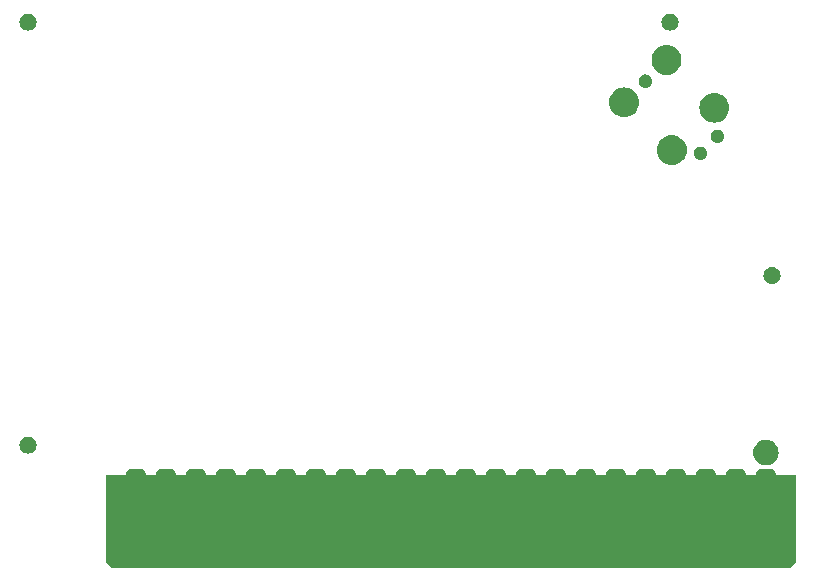
<source format=gbs>
G04 #@! TF.GenerationSoftware,KiCad,Pcbnew,7.0.10*
G04 #@! TF.CreationDate,2024-06-11T15:42:02-04:00*
G04 #@! TF.ProjectId,RAM2GS,52414d32-4753-42e6-9b69-6361645f7063,2.2*
G04 #@! TF.SameCoordinates,Original*
G04 #@! TF.FileFunction,Soldermask,Bot*
G04 #@! TF.FilePolarity,Negative*
%FSLAX46Y46*%
G04 Gerber Fmt 4.6, Leading zero omitted, Abs format (unit mm)*
G04 Created by KiCad (PCBNEW 7.0.10) date 2024-06-11 15:42:02*
%MOMM*%
%LPD*%
G01*
G04 APERTURE LIST*
G04 APERTURE END LIST*
G36*
X58123999Y-131543771D02*
G01*
X58135712Y-131547869D01*
X58146592Y-131549176D01*
X58202857Y-131571364D01*
X58252635Y-131588782D01*
X58259071Y-131593532D01*
X58262788Y-131594998D01*
X58325758Y-131642749D01*
X58362289Y-131669711D01*
X58389259Y-131706253D01*
X58437001Y-131769211D01*
X58438466Y-131772926D01*
X58443218Y-131779365D01*
X58460642Y-131829162D01*
X58482822Y-131885406D01*
X58484127Y-131896280D01*
X58488229Y-131908001D01*
X58496200Y-131993000D01*
X58496200Y-132042804D01*
X58533396Y-132080000D01*
X59322603Y-132080000D01*
X59359800Y-132042803D01*
X59359800Y-131996798D01*
X59359800Y-131993000D01*
X59367771Y-131908001D01*
X59371869Y-131896288D01*
X59373176Y-131885407D01*
X59395367Y-131829133D01*
X59412782Y-131779365D01*
X59417531Y-131772929D01*
X59418998Y-131769211D01*
X59466777Y-131706204D01*
X59493711Y-131669711D01*
X59530204Y-131642777D01*
X59593211Y-131594998D01*
X59596929Y-131593531D01*
X59603365Y-131588782D01*
X59653140Y-131571365D01*
X59709406Y-131549177D01*
X59720284Y-131547870D01*
X59732001Y-131543771D01*
X59817000Y-131535800D01*
X60579000Y-131535800D01*
X60663999Y-131543771D01*
X60675712Y-131547869D01*
X60686592Y-131549176D01*
X60742857Y-131571364D01*
X60792635Y-131588782D01*
X60799071Y-131593532D01*
X60802788Y-131594998D01*
X60865758Y-131642749D01*
X60902289Y-131669711D01*
X60929259Y-131706253D01*
X60977001Y-131769211D01*
X60978466Y-131772926D01*
X60983218Y-131779365D01*
X61000642Y-131829162D01*
X61022822Y-131885406D01*
X61024127Y-131896280D01*
X61028229Y-131908001D01*
X61036200Y-131993000D01*
X61036200Y-132042804D01*
X61073396Y-132080000D01*
X61862603Y-132080000D01*
X61899800Y-132042803D01*
X61899800Y-131996798D01*
X61899800Y-131993000D01*
X61907771Y-131908001D01*
X61911869Y-131896288D01*
X61913176Y-131885407D01*
X61935367Y-131829133D01*
X61952782Y-131779365D01*
X61957531Y-131772929D01*
X61958998Y-131769211D01*
X62006777Y-131706204D01*
X62033711Y-131669711D01*
X62070204Y-131642777D01*
X62133211Y-131594998D01*
X62136929Y-131593531D01*
X62143365Y-131588782D01*
X62193140Y-131571365D01*
X62249406Y-131549177D01*
X62260284Y-131547870D01*
X62272001Y-131543771D01*
X62357000Y-131535800D01*
X63119000Y-131535800D01*
X63203999Y-131543771D01*
X63215712Y-131547869D01*
X63226592Y-131549176D01*
X63282857Y-131571364D01*
X63332635Y-131588782D01*
X63339071Y-131593532D01*
X63342788Y-131594998D01*
X63405758Y-131642749D01*
X63442289Y-131669711D01*
X63469259Y-131706253D01*
X63517001Y-131769211D01*
X63518466Y-131772926D01*
X63523218Y-131779365D01*
X63540642Y-131829162D01*
X63562822Y-131885406D01*
X63564127Y-131896280D01*
X63568229Y-131908001D01*
X63576200Y-131993000D01*
X63576200Y-132042804D01*
X63613396Y-132080000D01*
X64402603Y-132080000D01*
X64439800Y-132042803D01*
X64439800Y-131996798D01*
X64439800Y-131993000D01*
X64447771Y-131908001D01*
X64451869Y-131896288D01*
X64453176Y-131885407D01*
X64475367Y-131829133D01*
X64492782Y-131779365D01*
X64497531Y-131772929D01*
X64498998Y-131769211D01*
X64546777Y-131706204D01*
X64573711Y-131669711D01*
X64610204Y-131642777D01*
X64673211Y-131594998D01*
X64676929Y-131593531D01*
X64683365Y-131588782D01*
X64733140Y-131571365D01*
X64789406Y-131549177D01*
X64800284Y-131547870D01*
X64812001Y-131543771D01*
X64897000Y-131535800D01*
X65659000Y-131535800D01*
X65743999Y-131543771D01*
X65755712Y-131547869D01*
X65766592Y-131549176D01*
X65822857Y-131571364D01*
X65872635Y-131588782D01*
X65879071Y-131593532D01*
X65882788Y-131594998D01*
X65945758Y-131642749D01*
X65982289Y-131669711D01*
X66009259Y-131706253D01*
X66057001Y-131769211D01*
X66058466Y-131772926D01*
X66063218Y-131779365D01*
X66080642Y-131829162D01*
X66102822Y-131885406D01*
X66104127Y-131896280D01*
X66108229Y-131908001D01*
X66116200Y-131993000D01*
X66116200Y-132042804D01*
X66153396Y-132080000D01*
X66942603Y-132080000D01*
X66979800Y-132042803D01*
X66979800Y-131996798D01*
X66979800Y-131993000D01*
X66987771Y-131908001D01*
X66991869Y-131896288D01*
X66993176Y-131885407D01*
X67015367Y-131829133D01*
X67032782Y-131779365D01*
X67037531Y-131772929D01*
X67038998Y-131769211D01*
X67086777Y-131706204D01*
X67113711Y-131669711D01*
X67150204Y-131642777D01*
X67213211Y-131594998D01*
X67216929Y-131593531D01*
X67223365Y-131588782D01*
X67273140Y-131571365D01*
X67329406Y-131549177D01*
X67340284Y-131547870D01*
X67352001Y-131543771D01*
X67437000Y-131535800D01*
X68199000Y-131535800D01*
X68283999Y-131543771D01*
X68295712Y-131547869D01*
X68306592Y-131549176D01*
X68362857Y-131571364D01*
X68412635Y-131588782D01*
X68419071Y-131593532D01*
X68422788Y-131594998D01*
X68485758Y-131642749D01*
X68522289Y-131669711D01*
X68549259Y-131706253D01*
X68597001Y-131769211D01*
X68598466Y-131772926D01*
X68603218Y-131779365D01*
X68620642Y-131829162D01*
X68642822Y-131885406D01*
X68644127Y-131896280D01*
X68648229Y-131908001D01*
X68656200Y-131993000D01*
X68656200Y-132042804D01*
X68693396Y-132080000D01*
X69482603Y-132080000D01*
X69519800Y-132042803D01*
X69519800Y-131996798D01*
X69519800Y-131993000D01*
X69527771Y-131908001D01*
X69531869Y-131896288D01*
X69533176Y-131885407D01*
X69555367Y-131829133D01*
X69572782Y-131779365D01*
X69577531Y-131772929D01*
X69578998Y-131769211D01*
X69626777Y-131706204D01*
X69653711Y-131669711D01*
X69690204Y-131642777D01*
X69753211Y-131594998D01*
X69756929Y-131593531D01*
X69763365Y-131588782D01*
X69813140Y-131571365D01*
X69869406Y-131549177D01*
X69880284Y-131547870D01*
X69892001Y-131543771D01*
X69977000Y-131535800D01*
X70739000Y-131535800D01*
X70823999Y-131543771D01*
X70835712Y-131547869D01*
X70846592Y-131549176D01*
X70902857Y-131571364D01*
X70952635Y-131588782D01*
X70959071Y-131593532D01*
X70962788Y-131594998D01*
X71025758Y-131642749D01*
X71062289Y-131669711D01*
X71089259Y-131706253D01*
X71137001Y-131769211D01*
X71138466Y-131772926D01*
X71143218Y-131779365D01*
X71160642Y-131829162D01*
X71182822Y-131885406D01*
X71184127Y-131896280D01*
X71188229Y-131908001D01*
X71196200Y-131993000D01*
X71196200Y-132042804D01*
X71233396Y-132080000D01*
X72022603Y-132080000D01*
X72059800Y-132042803D01*
X72059800Y-131996798D01*
X72059800Y-131993000D01*
X72067771Y-131908001D01*
X72071869Y-131896288D01*
X72073176Y-131885407D01*
X72095367Y-131829133D01*
X72112782Y-131779365D01*
X72117531Y-131772929D01*
X72118998Y-131769211D01*
X72166777Y-131706204D01*
X72193711Y-131669711D01*
X72230204Y-131642777D01*
X72293211Y-131594998D01*
X72296929Y-131593531D01*
X72303365Y-131588782D01*
X72353140Y-131571365D01*
X72409406Y-131549177D01*
X72420284Y-131547870D01*
X72432001Y-131543771D01*
X72517000Y-131535800D01*
X73279000Y-131535800D01*
X73363999Y-131543771D01*
X73375712Y-131547869D01*
X73386592Y-131549176D01*
X73442857Y-131571364D01*
X73492635Y-131588782D01*
X73499071Y-131593532D01*
X73502788Y-131594998D01*
X73565758Y-131642749D01*
X73602289Y-131669711D01*
X73629259Y-131706253D01*
X73677001Y-131769211D01*
X73678466Y-131772926D01*
X73683218Y-131779365D01*
X73700642Y-131829162D01*
X73722822Y-131885406D01*
X73724127Y-131896280D01*
X73728229Y-131908001D01*
X73736200Y-131993000D01*
X73736200Y-132042804D01*
X73773396Y-132080000D01*
X74562603Y-132080000D01*
X74599800Y-132042803D01*
X74599800Y-131996798D01*
X74599800Y-131993000D01*
X74607771Y-131908001D01*
X74611869Y-131896288D01*
X74613176Y-131885407D01*
X74635367Y-131829133D01*
X74652782Y-131779365D01*
X74657531Y-131772929D01*
X74658998Y-131769211D01*
X74706777Y-131706204D01*
X74733711Y-131669711D01*
X74770204Y-131642777D01*
X74833211Y-131594998D01*
X74836929Y-131593531D01*
X74843365Y-131588782D01*
X74893140Y-131571365D01*
X74949406Y-131549177D01*
X74960284Y-131547870D01*
X74972001Y-131543771D01*
X75057000Y-131535800D01*
X75819000Y-131535800D01*
X75903999Y-131543771D01*
X75915712Y-131547869D01*
X75926592Y-131549176D01*
X75982857Y-131571364D01*
X76032635Y-131588782D01*
X76039071Y-131593532D01*
X76042788Y-131594998D01*
X76105758Y-131642749D01*
X76142289Y-131669711D01*
X76169259Y-131706253D01*
X76217001Y-131769211D01*
X76218466Y-131772926D01*
X76223218Y-131779365D01*
X76240642Y-131829162D01*
X76262822Y-131885406D01*
X76264127Y-131896280D01*
X76268229Y-131908001D01*
X76276200Y-131993000D01*
X76276200Y-132042804D01*
X76313396Y-132080000D01*
X77102603Y-132080000D01*
X77139800Y-132042803D01*
X77139800Y-131996798D01*
X77139800Y-131993000D01*
X77147771Y-131908001D01*
X77151869Y-131896288D01*
X77153176Y-131885407D01*
X77175367Y-131829133D01*
X77192782Y-131779365D01*
X77197531Y-131772929D01*
X77198998Y-131769211D01*
X77246777Y-131706204D01*
X77273711Y-131669711D01*
X77310204Y-131642777D01*
X77373211Y-131594998D01*
X77376929Y-131593531D01*
X77383365Y-131588782D01*
X77433140Y-131571365D01*
X77489406Y-131549177D01*
X77500284Y-131547870D01*
X77512001Y-131543771D01*
X77597000Y-131535800D01*
X78359000Y-131535800D01*
X78443999Y-131543771D01*
X78455712Y-131547869D01*
X78466592Y-131549176D01*
X78522857Y-131571364D01*
X78572635Y-131588782D01*
X78579071Y-131593532D01*
X78582788Y-131594998D01*
X78645758Y-131642749D01*
X78682289Y-131669711D01*
X78709259Y-131706253D01*
X78757001Y-131769211D01*
X78758466Y-131772926D01*
X78763218Y-131779365D01*
X78780642Y-131829162D01*
X78802822Y-131885406D01*
X78804127Y-131896280D01*
X78808229Y-131908001D01*
X78816200Y-131993000D01*
X78816200Y-132042804D01*
X78853396Y-132080000D01*
X79642603Y-132080000D01*
X79679800Y-132042803D01*
X79679800Y-131996798D01*
X79679800Y-131993000D01*
X79687771Y-131908001D01*
X79691869Y-131896288D01*
X79693176Y-131885407D01*
X79715367Y-131829133D01*
X79732782Y-131779365D01*
X79737531Y-131772929D01*
X79738998Y-131769211D01*
X79786777Y-131706204D01*
X79813711Y-131669711D01*
X79850204Y-131642777D01*
X79913211Y-131594998D01*
X79916929Y-131593531D01*
X79923365Y-131588782D01*
X79973140Y-131571365D01*
X80029406Y-131549177D01*
X80040284Y-131547870D01*
X80052001Y-131543771D01*
X80137000Y-131535800D01*
X80899000Y-131535800D01*
X80983999Y-131543771D01*
X80995712Y-131547869D01*
X81006592Y-131549176D01*
X81062857Y-131571364D01*
X81112635Y-131588782D01*
X81119071Y-131593532D01*
X81122788Y-131594998D01*
X81185758Y-131642749D01*
X81222289Y-131669711D01*
X81249259Y-131706253D01*
X81297001Y-131769211D01*
X81298466Y-131772926D01*
X81303218Y-131779365D01*
X81320642Y-131829162D01*
X81342822Y-131885406D01*
X81344127Y-131896280D01*
X81348229Y-131908001D01*
X81356200Y-131993000D01*
X81356200Y-132042804D01*
X81393396Y-132080000D01*
X82182603Y-132080000D01*
X82219800Y-132042803D01*
X82219800Y-131996798D01*
X82219800Y-131993000D01*
X82227771Y-131908001D01*
X82231869Y-131896288D01*
X82233176Y-131885407D01*
X82255367Y-131829133D01*
X82272782Y-131779365D01*
X82277531Y-131772929D01*
X82278998Y-131769211D01*
X82326777Y-131706204D01*
X82353711Y-131669711D01*
X82390204Y-131642777D01*
X82453211Y-131594998D01*
X82456929Y-131593531D01*
X82463365Y-131588782D01*
X82513140Y-131571365D01*
X82569406Y-131549177D01*
X82580284Y-131547870D01*
X82592001Y-131543771D01*
X82677000Y-131535800D01*
X83439000Y-131535800D01*
X83523999Y-131543771D01*
X83535712Y-131547869D01*
X83546592Y-131549176D01*
X83602857Y-131571364D01*
X83652635Y-131588782D01*
X83659071Y-131593532D01*
X83662788Y-131594998D01*
X83725758Y-131642749D01*
X83762289Y-131669711D01*
X83789259Y-131706253D01*
X83837001Y-131769211D01*
X83838466Y-131772926D01*
X83843218Y-131779365D01*
X83860642Y-131829162D01*
X83882822Y-131885406D01*
X83884127Y-131896280D01*
X83888229Y-131908001D01*
X83896200Y-131993000D01*
X83896200Y-132042804D01*
X83933396Y-132080000D01*
X84722603Y-132080000D01*
X84759800Y-132042803D01*
X84759800Y-131996798D01*
X84759800Y-131993000D01*
X84767771Y-131908001D01*
X84771869Y-131896288D01*
X84773176Y-131885407D01*
X84795367Y-131829133D01*
X84812782Y-131779365D01*
X84817531Y-131772929D01*
X84818998Y-131769211D01*
X84866777Y-131706204D01*
X84893711Y-131669711D01*
X84930204Y-131642777D01*
X84993211Y-131594998D01*
X84996929Y-131593531D01*
X85003365Y-131588782D01*
X85053140Y-131571365D01*
X85109406Y-131549177D01*
X85120284Y-131547870D01*
X85132001Y-131543771D01*
X85217000Y-131535800D01*
X85979000Y-131535800D01*
X86063999Y-131543771D01*
X86075712Y-131547869D01*
X86086592Y-131549176D01*
X86142857Y-131571364D01*
X86192635Y-131588782D01*
X86199071Y-131593532D01*
X86202788Y-131594998D01*
X86265758Y-131642749D01*
X86302289Y-131669711D01*
X86329259Y-131706253D01*
X86377001Y-131769211D01*
X86378466Y-131772926D01*
X86383218Y-131779365D01*
X86400642Y-131829162D01*
X86422822Y-131885406D01*
X86424127Y-131896280D01*
X86428229Y-131908001D01*
X86436200Y-131993000D01*
X86436200Y-132042804D01*
X86473396Y-132080000D01*
X87262603Y-132080000D01*
X87299800Y-132042803D01*
X87299800Y-131996798D01*
X87299800Y-131993000D01*
X87307771Y-131908001D01*
X87311869Y-131896288D01*
X87313176Y-131885407D01*
X87335367Y-131829133D01*
X87352782Y-131779365D01*
X87357531Y-131772929D01*
X87358998Y-131769211D01*
X87406777Y-131706204D01*
X87433711Y-131669711D01*
X87470204Y-131642777D01*
X87533211Y-131594998D01*
X87536929Y-131593531D01*
X87543365Y-131588782D01*
X87593140Y-131571365D01*
X87649406Y-131549177D01*
X87660284Y-131547870D01*
X87672001Y-131543771D01*
X87757000Y-131535800D01*
X88519000Y-131535800D01*
X88603999Y-131543771D01*
X88615712Y-131547869D01*
X88626592Y-131549176D01*
X88682857Y-131571364D01*
X88732635Y-131588782D01*
X88739071Y-131593532D01*
X88742788Y-131594998D01*
X88805758Y-131642749D01*
X88842289Y-131669711D01*
X88869259Y-131706253D01*
X88917001Y-131769211D01*
X88918466Y-131772926D01*
X88923218Y-131779365D01*
X88940642Y-131829162D01*
X88962822Y-131885406D01*
X88964127Y-131896280D01*
X88968229Y-131908001D01*
X88976200Y-131993000D01*
X88976200Y-132042804D01*
X89013396Y-132080000D01*
X89802603Y-132080000D01*
X89839800Y-132042803D01*
X89839800Y-131996798D01*
X89839800Y-131993000D01*
X89847771Y-131908001D01*
X89851869Y-131896288D01*
X89853176Y-131885407D01*
X89875367Y-131829133D01*
X89892782Y-131779365D01*
X89897531Y-131772929D01*
X89898998Y-131769211D01*
X89946777Y-131706204D01*
X89973711Y-131669711D01*
X90010204Y-131642777D01*
X90073211Y-131594998D01*
X90076929Y-131593531D01*
X90083365Y-131588782D01*
X90133140Y-131571365D01*
X90189406Y-131549177D01*
X90200284Y-131547870D01*
X90212001Y-131543771D01*
X90297000Y-131535800D01*
X91059000Y-131535800D01*
X91143999Y-131543771D01*
X91155712Y-131547869D01*
X91166592Y-131549176D01*
X91222857Y-131571364D01*
X91272635Y-131588782D01*
X91279071Y-131593532D01*
X91282788Y-131594998D01*
X91345758Y-131642749D01*
X91382289Y-131669711D01*
X91409259Y-131706253D01*
X91457001Y-131769211D01*
X91458466Y-131772926D01*
X91463218Y-131779365D01*
X91480642Y-131829162D01*
X91502822Y-131885406D01*
X91504127Y-131896280D01*
X91508229Y-131908001D01*
X91516200Y-131993000D01*
X91516200Y-132042804D01*
X91553396Y-132080000D01*
X92342603Y-132080000D01*
X92379800Y-132042803D01*
X92379800Y-131996798D01*
X92379800Y-131993000D01*
X92387771Y-131908001D01*
X92391869Y-131896288D01*
X92393176Y-131885407D01*
X92415367Y-131829133D01*
X92432782Y-131779365D01*
X92437531Y-131772929D01*
X92438998Y-131769211D01*
X92486777Y-131706204D01*
X92513711Y-131669711D01*
X92550204Y-131642777D01*
X92613211Y-131594998D01*
X92616929Y-131593531D01*
X92623365Y-131588782D01*
X92673140Y-131571365D01*
X92729406Y-131549177D01*
X92740284Y-131547870D01*
X92752001Y-131543771D01*
X92837000Y-131535800D01*
X93599000Y-131535800D01*
X93683999Y-131543771D01*
X93695712Y-131547869D01*
X93706592Y-131549176D01*
X93762857Y-131571364D01*
X93812635Y-131588782D01*
X93819071Y-131593532D01*
X93822788Y-131594998D01*
X93885758Y-131642749D01*
X93922289Y-131669711D01*
X93949259Y-131706253D01*
X93997001Y-131769211D01*
X93998466Y-131772926D01*
X94003218Y-131779365D01*
X94020642Y-131829162D01*
X94042822Y-131885406D01*
X94044127Y-131896280D01*
X94048229Y-131908001D01*
X94056200Y-131993000D01*
X94056200Y-132042804D01*
X94093396Y-132080000D01*
X94882603Y-132080000D01*
X94919800Y-132042803D01*
X94919800Y-131996798D01*
X94919800Y-131993000D01*
X94927771Y-131908001D01*
X94931869Y-131896288D01*
X94933176Y-131885407D01*
X94955367Y-131829133D01*
X94972782Y-131779365D01*
X94977531Y-131772929D01*
X94978998Y-131769211D01*
X95026777Y-131706204D01*
X95053711Y-131669711D01*
X95090204Y-131642777D01*
X95153211Y-131594998D01*
X95156929Y-131593531D01*
X95163365Y-131588782D01*
X95213140Y-131571365D01*
X95269406Y-131549177D01*
X95280284Y-131547870D01*
X95292001Y-131543771D01*
X95377000Y-131535800D01*
X96139000Y-131535800D01*
X96223999Y-131543771D01*
X96235712Y-131547869D01*
X96246592Y-131549176D01*
X96302857Y-131571364D01*
X96352635Y-131588782D01*
X96359071Y-131593532D01*
X96362788Y-131594998D01*
X96425758Y-131642749D01*
X96462289Y-131669711D01*
X96489259Y-131706253D01*
X96537001Y-131769211D01*
X96538466Y-131772926D01*
X96543218Y-131779365D01*
X96560642Y-131829162D01*
X96582822Y-131885406D01*
X96584127Y-131896280D01*
X96588229Y-131908001D01*
X96596200Y-131993000D01*
X96596200Y-132042804D01*
X96633396Y-132080000D01*
X97422603Y-132080000D01*
X97459800Y-132042803D01*
X97459800Y-131996798D01*
X97459800Y-131993000D01*
X97467771Y-131908001D01*
X97471869Y-131896288D01*
X97473176Y-131885407D01*
X97495367Y-131829133D01*
X97512782Y-131779365D01*
X97517531Y-131772929D01*
X97518998Y-131769211D01*
X97566777Y-131706204D01*
X97593711Y-131669711D01*
X97630204Y-131642777D01*
X97693211Y-131594998D01*
X97696929Y-131593531D01*
X97703365Y-131588782D01*
X97753140Y-131571365D01*
X97809406Y-131549177D01*
X97820284Y-131547870D01*
X97832001Y-131543771D01*
X97917000Y-131535800D01*
X98679000Y-131535800D01*
X98763999Y-131543771D01*
X98775712Y-131547869D01*
X98786592Y-131549176D01*
X98842857Y-131571364D01*
X98892635Y-131588782D01*
X98899071Y-131593532D01*
X98902788Y-131594998D01*
X98965758Y-131642749D01*
X99002289Y-131669711D01*
X99029259Y-131706253D01*
X99077001Y-131769211D01*
X99078466Y-131772926D01*
X99083218Y-131779365D01*
X99100642Y-131829162D01*
X99122822Y-131885406D01*
X99124127Y-131896280D01*
X99128229Y-131908001D01*
X99136200Y-131993000D01*
X99136200Y-132042804D01*
X99173396Y-132080000D01*
X99962603Y-132080000D01*
X99999800Y-132042803D01*
X99999800Y-131996798D01*
X99999800Y-131993000D01*
X100007771Y-131908001D01*
X100011869Y-131896288D01*
X100013176Y-131885407D01*
X100035367Y-131829133D01*
X100052782Y-131779365D01*
X100057531Y-131772929D01*
X100058998Y-131769211D01*
X100106777Y-131706204D01*
X100133711Y-131669711D01*
X100170204Y-131642777D01*
X100233211Y-131594998D01*
X100236929Y-131593531D01*
X100243365Y-131588782D01*
X100293140Y-131571365D01*
X100349406Y-131549177D01*
X100360284Y-131547870D01*
X100372001Y-131543771D01*
X100457000Y-131535800D01*
X101219000Y-131535800D01*
X101303999Y-131543771D01*
X101315712Y-131547869D01*
X101326592Y-131549176D01*
X101382857Y-131571364D01*
X101432635Y-131588782D01*
X101439071Y-131593532D01*
X101442788Y-131594998D01*
X101505758Y-131642749D01*
X101542289Y-131669711D01*
X101569259Y-131706253D01*
X101617001Y-131769211D01*
X101618466Y-131772926D01*
X101623218Y-131779365D01*
X101640642Y-131829162D01*
X101662822Y-131885406D01*
X101664127Y-131896280D01*
X101668229Y-131908001D01*
X101676200Y-131993000D01*
X101676200Y-132042804D01*
X101713396Y-132080000D01*
X102502603Y-132080000D01*
X102539800Y-132042803D01*
X102539800Y-131996798D01*
X102539800Y-131993000D01*
X102547771Y-131908001D01*
X102551869Y-131896288D01*
X102553176Y-131885407D01*
X102575367Y-131829133D01*
X102592782Y-131779365D01*
X102597531Y-131772929D01*
X102598998Y-131769211D01*
X102646777Y-131706204D01*
X102673711Y-131669711D01*
X102710204Y-131642777D01*
X102773211Y-131594998D01*
X102776929Y-131593531D01*
X102783365Y-131588782D01*
X102833140Y-131571365D01*
X102889406Y-131549177D01*
X102900284Y-131547870D01*
X102912001Y-131543771D01*
X102997000Y-131535800D01*
X103759000Y-131535800D01*
X103843999Y-131543771D01*
X103855712Y-131547869D01*
X103866592Y-131549176D01*
X103922857Y-131571364D01*
X103972635Y-131588782D01*
X103979071Y-131593532D01*
X103982788Y-131594998D01*
X104045758Y-131642749D01*
X104082289Y-131669711D01*
X104109259Y-131706253D01*
X104157001Y-131769211D01*
X104158466Y-131772926D01*
X104163218Y-131779365D01*
X104180642Y-131829162D01*
X104202822Y-131885406D01*
X104204127Y-131896280D01*
X104208229Y-131908001D01*
X104216200Y-131993000D01*
X104216200Y-132042804D01*
X104253396Y-132080000D01*
X105042603Y-132080000D01*
X105079800Y-132042803D01*
X105079800Y-131996798D01*
X105079800Y-131993000D01*
X105087771Y-131908001D01*
X105091869Y-131896288D01*
X105093176Y-131885407D01*
X105115367Y-131829133D01*
X105132782Y-131779365D01*
X105137531Y-131772929D01*
X105138998Y-131769211D01*
X105186777Y-131706204D01*
X105213711Y-131669711D01*
X105250204Y-131642777D01*
X105313211Y-131594998D01*
X105316929Y-131593531D01*
X105323365Y-131588782D01*
X105373140Y-131571365D01*
X105429406Y-131549177D01*
X105440284Y-131547870D01*
X105452001Y-131543771D01*
X105537000Y-131535800D01*
X106299000Y-131535800D01*
X106383999Y-131543771D01*
X106395712Y-131547869D01*
X106406592Y-131549176D01*
X106462857Y-131571364D01*
X106512635Y-131588782D01*
X106519071Y-131593532D01*
X106522788Y-131594998D01*
X106585758Y-131642749D01*
X106622289Y-131669711D01*
X106649259Y-131706253D01*
X106697001Y-131769211D01*
X106698466Y-131772926D01*
X106703218Y-131779365D01*
X106720642Y-131829162D01*
X106742822Y-131885406D01*
X106744127Y-131896280D01*
X106748229Y-131908001D01*
X106756200Y-131993000D01*
X106756200Y-132042804D01*
X106793396Y-132080000D01*
X107582603Y-132080000D01*
X107619800Y-132042803D01*
X107619800Y-131996798D01*
X107619800Y-131993000D01*
X107627771Y-131908001D01*
X107631869Y-131896288D01*
X107633176Y-131885407D01*
X107655367Y-131829133D01*
X107672782Y-131779365D01*
X107677531Y-131772929D01*
X107678998Y-131769211D01*
X107726777Y-131706204D01*
X107753711Y-131669711D01*
X107790204Y-131642777D01*
X107853211Y-131594998D01*
X107856929Y-131593531D01*
X107863365Y-131588782D01*
X107913140Y-131571365D01*
X107969406Y-131549177D01*
X107980284Y-131547870D01*
X107992001Y-131543771D01*
X108077000Y-131535800D01*
X108839000Y-131535800D01*
X108923999Y-131543771D01*
X108935712Y-131547869D01*
X108946592Y-131549176D01*
X109002857Y-131571364D01*
X109052635Y-131588782D01*
X109059071Y-131593532D01*
X109062788Y-131594998D01*
X109125758Y-131642749D01*
X109162289Y-131669711D01*
X109189259Y-131706253D01*
X109237001Y-131769211D01*
X109238466Y-131772926D01*
X109243218Y-131779365D01*
X109260642Y-131829162D01*
X109282822Y-131885406D01*
X109284127Y-131896280D01*
X109288229Y-131908001D01*
X109296200Y-131993000D01*
X109296200Y-132042804D01*
X109333396Y-132080000D01*
X110122603Y-132080000D01*
X110159800Y-132042803D01*
X110159800Y-131996798D01*
X110159800Y-131993000D01*
X110167771Y-131908001D01*
X110171869Y-131896288D01*
X110173176Y-131885407D01*
X110195367Y-131829133D01*
X110212782Y-131779365D01*
X110217531Y-131772929D01*
X110218998Y-131769211D01*
X110266777Y-131706204D01*
X110293711Y-131669711D01*
X110330204Y-131642777D01*
X110393211Y-131594998D01*
X110396929Y-131593531D01*
X110403365Y-131588782D01*
X110453140Y-131571365D01*
X110509406Y-131549177D01*
X110520284Y-131547870D01*
X110532001Y-131543771D01*
X110617000Y-131535800D01*
X111379000Y-131535800D01*
X111463999Y-131543771D01*
X111475712Y-131547869D01*
X111486592Y-131549176D01*
X111542857Y-131571364D01*
X111592635Y-131588782D01*
X111599071Y-131593532D01*
X111602788Y-131594998D01*
X111665758Y-131642749D01*
X111702289Y-131669711D01*
X111729259Y-131706253D01*
X111777001Y-131769211D01*
X111778466Y-131772926D01*
X111783218Y-131779365D01*
X111800642Y-131829162D01*
X111822822Y-131885406D01*
X111824127Y-131896280D01*
X111828229Y-131908001D01*
X111836200Y-131993000D01*
X111836200Y-132042804D01*
X111873396Y-132080000D01*
X113538000Y-132080000D01*
X113538000Y-139446000D01*
X113030000Y-139954000D01*
X113017372Y-139954000D01*
X55638631Y-139954000D01*
X55626000Y-139954000D01*
X55118000Y-139446000D01*
X55118000Y-132080000D01*
X56782603Y-132080000D01*
X56819800Y-132042803D01*
X56819800Y-131996798D01*
X56819800Y-131993000D01*
X56827771Y-131908001D01*
X56831869Y-131896288D01*
X56833176Y-131885407D01*
X56855367Y-131829133D01*
X56872782Y-131779365D01*
X56877531Y-131772929D01*
X56878998Y-131769211D01*
X56926777Y-131706204D01*
X56953711Y-131669711D01*
X56990204Y-131642777D01*
X57053211Y-131594998D01*
X57056929Y-131593531D01*
X57063365Y-131588782D01*
X57113140Y-131571365D01*
X57169406Y-131549177D01*
X57180284Y-131547870D01*
X57192001Y-131543771D01*
X57277000Y-131535800D01*
X58039000Y-131535800D01*
X58123999Y-131543771D01*
G37*
G36*
X111292516Y-129139883D02*
G01*
X111477704Y-129211625D01*
X111646555Y-129316174D01*
X111793321Y-129449969D01*
X111913004Y-129608454D01*
X112001527Y-129786232D01*
X112055876Y-129977249D01*
X112074200Y-130175000D01*
X112055876Y-130372751D01*
X112001527Y-130563768D01*
X111913004Y-130741546D01*
X111793321Y-130900031D01*
X111646555Y-131033826D01*
X111477704Y-131138375D01*
X111292516Y-131210117D01*
X111097299Y-131246609D01*
X110898701Y-131246609D01*
X110703484Y-131210117D01*
X110518296Y-131138375D01*
X110349445Y-131033826D01*
X110202679Y-130900031D01*
X110082996Y-130741546D01*
X109994473Y-130563768D01*
X109940124Y-130372751D01*
X109921800Y-130175000D01*
X109940124Y-129977249D01*
X109994473Y-129786232D01*
X110082996Y-129608454D01*
X110202679Y-129449969D01*
X110349445Y-129316174D01*
X110518296Y-129211625D01*
X110703484Y-129139883D01*
X110898701Y-129103391D01*
X111097299Y-129103391D01*
X111292516Y-129139883D01*
G37*
G36*
X48675105Y-128834152D02*
G01*
X48828132Y-128887699D01*
X48965407Y-128973954D01*
X49080046Y-129088593D01*
X49166301Y-129225868D01*
X49219848Y-129378895D01*
X49238000Y-129540000D01*
X49219848Y-129701105D01*
X49166301Y-129854132D01*
X49080046Y-129991407D01*
X48965407Y-130106046D01*
X48828132Y-130192301D01*
X48675105Y-130245848D01*
X48514000Y-130264000D01*
X48352895Y-130245848D01*
X48199868Y-130192301D01*
X48062593Y-130106046D01*
X47947954Y-129991407D01*
X47861699Y-129854132D01*
X47808152Y-129701105D01*
X47790000Y-129540000D01*
X47808152Y-129378895D01*
X47861699Y-129225868D01*
X47947954Y-129088593D01*
X48062593Y-128973954D01*
X48199868Y-128887699D01*
X48352895Y-128834152D01*
X48514000Y-128816000D01*
X48675105Y-128834152D01*
G37*
G36*
X111667105Y-114483152D02*
G01*
X111820132Y-114536699D01*
X111957407Y-114622954D01*
X112072046Y-114737593D01*
X112158301Y-114874868D01*
X112211848Y-115027895D01*
X112230000Y-115189000D01*
X112211848Y-115350105D01*
X112158301Y-115503132D01*
X112072046Y-115640407D01*
X111957407Y-115755046D01*
X111820132Y-115841301D01*
X111667105Y-115894848D01*
X111506000Y-115913000D01*
X111344895Y-115894848D01*
X111191868Y-115841301D01*
X111054593Y-115755046D01*
X110939954Y-115640407D01*
X110853699Y-115503132D01*
X110800152Y-115350105D01*
X110782000Y-115189000D01*
X110800152Y-115027895D01*
X110853699Y-114874868D01*
X110939954Y-114737593D01*
X111054593Y-114622954D01*
X111191868Y-114536699D01*
X111344895Y-114483152D01*
X111506000Y-114465000D01*
X111667105Y-114483152D01*
G37*
G36*
X103244418Y-103313638D02*
G01*
X103457181Y-103370647D01*
X103656812Y-103463737D01*
X103837246Y-103590078D01*
X103992999Y-103745831D01*
X104119340Y-103926265D01*
X104212430Y-104125896D01*
X104269439Y-104338659D01*
X104288637Y-104558090D01*
X104269439Y-104777521D01*
X104212430Y-104990284D01*
X104119340Y-105189915D01*
X103992999Y-105370349D01*
X103837246Y-105526102D01*
X103656812Y-105652443D01*
X103457181Y-105745533D01*
X103244418Y-105802542D01*
X103024987Y-105821740D01*
X102805556Y-105802542D01*
X102592793Y-105745533D01*
X102393162Y-105652443D01*
X102212728Y-105526102D01*
X102056975Y-105370349D01*
X101930634Y-105189915D01*
X101837544Y-104990284D01*
X101780535Y-104777521D01*
X101761337Y-104558090D01*
X101780535Y-104338659D01*
X101837544Y-104125896D01*
X101930634Y-103926265D01*
X102056975Y-103745831D01*
X102212728Y-103590078D01*
X102393162Y-103463737D01*
X102592793Y-103370647D01*
X102805556Y-103313638D01*
X103024987Y-103294440D01*
X103244418Y-103313638D01*
G37*
G36*
X105484825Y-104260627D02*
G01*
X105518486Y-104260627D01*
X105557079Y-104270139D01*
X105597571Y-104275470D01*
X105625289Y-104286951D01*
X105652147Y-104293571D01*
X105692869Y-104314943D01*
X105735406Y-104332563D01*
X105754812Y-104347454D01*
X105774039Y-104357545D01*
X105813346Y-104392368D01*
X105853768Y-104423385D01*
X105865256Y-104438357D01*
X105877080Y-104448832D01*
X105910987Y-104497955D01*
X105944590Y-104541747D01*
X105949654Y-104553973D01*
X105955281Y-104562125D01*
X105979686Y-104626476D01*
X106001683Y-104679582D01*
X106002670Y-104687081D01*
X106004096Y-104690841D01*
X106015145Y-104781839D01*
X106021156Y-104827497D01*
X106015144Y-104873158D01*
X106004096Y-104964152D01*
X106002670Y-104967910D01*
X106001683Y-104975412D01*
X105979681Y-105028528D01*
X105955281Y-105092868D01*
X105949655Y-105101018D01*
X105944590Y-105113247D01*
X105910980Y-105157047D01*
X105877080Y-105206161D01*
X105865259Y-105216633D01*
X105853768Y-105231609D01*
X105813337Y-105262632D01*
X105774039Y-105297448D01*
X105754816Y-105307536D01*
X105735406Y-105322431D01*
X105692860Y-105340053D01*
X105652147Y-105361422D01*
X105625294Y-105368040D01*
X105597571Y-105379524D01*
X105557076Y-105384855D01*
X105518486Y-105394367D01*
X105484825Y-105394367D01*
X105449656Y-105398997D01*
X105414487Y-105394367D01*
X105380826Y-105394367D01*
X105342234Y-105384854D01*
X105301741Y-105379524D01*
X105274019Y-105368041D01*
X105247164Y-105361422D01*
X105206446Y-105340052D01*
X105163906Y-105322431D01*
X105144497Y-105307538D01*
X105125272Y-105297448D01*
X105085966Y-105262626D01*
X105045544Y-105231609D01*
X105034055Y-105216636D01*
X105022231Y-105206161D01*
X104988321Y-105157034D01*
X104954722Y-105113247D01*
X104949658Y-105101021D01*
X104944030Y-105092868D01*
X104919618Y-105028499D01*
X104897629Y-104975412D01*
X104896641Y-104967914D01*
X104895215Y-104964152D01*
X104884154Y-104873060D01*
X104878156Y-104827497D01*
X104884153Y-104781936D01*
X104895215Y-104690841D01*
X104896642Y-104687077D01*
X104897629Y-104679582D01*
X104919614Y-104626505D01*
X104944030Y-104562125D01*
X104949659Y-104553969D01*
X104954722Y-104541747D01*
X104988314Y-104497968D01*
X105022231Y-104448832D01*
X105034057Y-104438354D01*
X105045544Y-104423385D01*
X105085958Y-104392374D01*
X105125272Y-104357545D01*
X105144501Y-104347452D01*
X105163906Y-104332563D01*
X105206437Y-104314945D01*
X105247164Y-104293571D01*
X105274023Y-104286950D01*
X105301741Y-104275470D01*
X105342231Y-104270139D01*
X105380826Y-104260627D01*
X105414487Y-104260627D01*
X105449656Y-104255997D01*
X105484825Y-104260627D01*
G37*
G36*
X106921666Y-102823786D02*
G01*
X106955327Y-102823786D01*
X106993920Y-102833298D01*
X107034412Y-102838629D01*
X107062130Y-102850110D01*
X107088988Y-102856730D01*
X107129710Y-102878102D01*
X107172247Y-102895722D01*
X107191653Y-102910613D01*
X107210880Y-102920704D01*
X107250187Y-102955527D01*
X107290609Y-102986544D01*
X107302097Y-103001516D01*
X107313921Y-103011991D01*
X107347828Y-103061114D01*
X107381431Y-103104906D01*
X107386495Y-103117132D01*
X107392122Y-103125284D01*
X107416527Y-103189635D01*
X107438524Y-103242741D01*
X107439511Y-103250240D01*
X107440937Y-103254000D01*
X107451986Y-103344998D01*
X107457997Y-103390656D01*
X107451985Y-103436317D01*
X107440937Y-103527311D01*
X107439511Y-103531069D01*
X107438524Y-103538571D01*
X107416522Y-103591687D01*
X107392122Y-103656027D01*
X107386496Y-103664177D01*
X107381431Y-103676406D01*
X107347821Y-103720206D01*
X107313921Y-103769320D01*
X107302100Y-103779792D01*
X107290609Y-103794768D01*
X107250178Y-103825791D01*
X107210880Y-103860607D01*
X107191657Y-103870695D01*
X107172247Y-103885590D01*
X107129701Y-103903212D01*
X107088988Y-103924581D01*
X107062135Y-103931199D01*
X107034412Y-103942683D01*
X106993917Y-103948014D01*
X106955327Y-103957526D01*
X106921666Y-103957526D01*
X106886497Y-103962156D01*
X106851328Y-103957526D01*
X106817667Y-103957526D01*
X106779075Y-103948013D01*
X106738582Y-103942683D01*
X106710860Y-103931200D01*
X106684005Y-103924581D01*
X106643287Y-103903211D01*
X106600747Y-103885590D01*
X106581338Y-103870697D01*
X106562113Y-103860607D01*
X106522807Y-103825785D01*
X106482385Y-103794768D01*
X106470896Y-103779795D01*
X106459072Y-103769320D01*
X106425162Y-103720193D01*
X106391563Y-103676406D01*
X106386499Y-103664180D01*
X106380871Y-103656027D01*
X106356459Y-103591658D01*
X106334470Y-103538571D01*
X106333482Y-103531073D01*
X106332056Y-103527311D01*
X106320995Y-103436219D01*
X106314997Y-103390656D01*
X106320994Y-103345095D01*
X106332056Y-103254000D01*
X106333483Y-103250236D01*
X106334470Y-103242741D01*
X106356455Y-103189664D01*
X106380871Y-103125284D01*
X106386500Y-103117128D01*
X106391563Y-103104906D01*
X106425155Y-103061127D01*
X106459072Y-103011991D01*
X106470898Y-103001513D01*
X106482385Y-102986544D01*
X106522799Y-102955533D01*
X106562113Y-102920704D01*
X106581342Y-102910611D01*
X106600747Y-102895722D01*
X106643278Y-102878104D01*
X106684005Y-102856730D01*
X106710864Y-102850109D01*
X106738582Y-102838629D01*
X106779072Y-102833298D01*
X106817667Y-102823786D01*
X106851328Y-102823786D01*
X106886497Y-102819156D01*
X106921666Y-102823786D01*
G37*
G36*
X106836521Y-99721535D02*
G01*
X107049284Y-99778544D01*
X107248915Y-99871634D01*
X107429349Y-99997975D01*
X107585102Y-100153728D01*
X107711443Y-100334162D01*
X107804533Y-100533793D01*
X107861542Y-100746556D01*
X107880740Y-100965987D01*
X107861542Y-101185418D01*
X107804533Y-101398181D01*
X107711443Y-101597812D01*
X107585102Y-101778246D01*
X107429349Y-101933999D01*
X107248915Y-102060340D01*
X107049284Y-102153430D01*
X106836521Y-102210439D01*
X106617090Y-102229637D01*
X106397659Y-102210439D01*
X106184896Y-102153430D01*
X105985265Y-102060340D01*
X105804831Y-101933999D01*
X105649078Y-101778246D01*
X105522737Y-101597812D01*
X105429647Y-101398181D01*
X105372638Y-101185418D01*
X105353440Y-100965987D01*
X105372638Y-100746556D01*
X105429647Y-100533793D01*
X105522737Y-100334162D01*
X105649078Y-100153728D01*
X105804831Y-99997975D01*
X105985265Y-99871634D01*
X106184896Y-99778544D01*
X106397659Y-99721535D01*
X106617090Y-99702337D01*
X106836521Y-99721535D01*
G37*
G36*
X99203303Y-99272522D02*
G01*
X99416066Y-99329531D01*
X99615697Y-99422621D01*
X99796131Y-99548962D01*
X99951884Y-99704715D01*
X100078225Y-99885149D01*
X100171315Y-100084780D01*
X100228324Y-100297543D01*
X100247522Y-100516974D01*
X100228324Y-100736405D01*
X100171315Y-100949168D01*
X100078225Y-101148799D01*
X99951884Y-101329233D01*
X99796131Y-101484986D01*
X99615697Y-101611327D01*
X99416066Y-101704417D01*
X99203303Y-101761426D01*
X98983872Y-101780624D01*
X98764441Y-101761426D01*
X98551678Y-101704417D01*
X98352047Y-101611327D01*
X98171613Y-101484986D01*
X98015860Y-101329233D01*
X97889519Y-101148799D01*
X97796429Y-100949168D01*
X97739420Y-100736405D01*
X97720222Y-100516974D01*
X97739420Y-100297543D01*
X97796429Y-100084780D01*
X97889519Y-99885149D01*
X98015860Y-99704715D01*
X98171613Y-99548962D01*
X98352047Y-99422621D01*
X98551678Y-99329531D01*
X98764441Y-99272522D01*
X98983872Y-99253324D01*
X99203303Y-99272522D01*
G37*
G36*
X100815092Y-98154053D02*
G01*
X100848753Y-98154053D01*
X100887346Y-98163565D01*
X100927838Y-98168896D01*
X100955556Y-98180377D01*
X100982414Y-98186997D01*
X101023136Y-98208369D01*
X101065673Y-98225989D01*
X101085079Y-98240880D01*
X101104306Y-98250971D01*
X101143613Y-98285794D01*
X101184035Y-98316811D01*
X101195523Y-98331783D01*
X101207347Y-98342258D01*
X101241254Y-98391381D01*
X101274857Y-98435173D01*
X101279921Y-98447399D01*
X101285548Y-98455551D01*
X101309953Y-98519902D01*
X101331950Y-98573008D01*
X101332937Y-98580507D01*
X101334363Y-98584267D01*
X101345412Y-98675265D01*
X101351423Y-98720923D01*
X101345411Y-98766584D01*
X101334363Y-98857578D01*
X101332937Y-98861336D01*
X101331950Y-98868838D01*
X101309948Y-98921954D01*
X101285548Y-98986294D01*
X101279922Y-98994444D01*
X101274857Y-99006673D01*
X101241247Y-99050473D01*
X101207347Y-99099587D01*
X101195526Y-99110059D01*
X101184035Y-99125035D01*
X101143604Y-99156058D01*
X101104306Y-99190874D01*
X101085083Y-99200962D01*
X101065673Y-99215857D01*
X101023127Y-99233479D01*
X100982414Y-99254848D01*
X100955561Y-99261466D01*
X100927838Y-99272950D01*
X100887343Y-99278281D01*
X100848753Y-99287793D01*
X100815092Y-99287793D01*
X100779923Y-99292423D01*
X100744754Y-99287793D01*
X100711093Y-99287793D01*
X100672501Y-99278280D01*
X100632008Y-99272950D01*
X100604286Y-99261467D01*
X100577431Y-99254848D01*
X100536713Y-99233478D01*
X100494173Y-99215857D01*
X100474764Y-99200964D01*
X100455539Y-99190874D01*
X100416233Y-99156052D01*
X100375811Y-99125035D01*
X100364322Y-99110062D01*
X100352498Y-99099587D01*
X100318588Y-99050460D01*
X100284989Y-99006673D01*
X100279925Y-98994447D01*
X100274297Y-98986294D01*
X100249885Y-98921925D01*
X100227896Y-98868838D01*
X100226908Y-98861340D01*
X100225482Y-98857578D01*
X100214421Y-98766486D01*
X100208423Y-98720923D01*
X100214420Y-98675362D01*
X100225482Y-98584267D01*
X100226909Y-98580503D01*
X100227896Y-98573008D01*
X100249881Y-98519931D01*
X100274297Y-98455551D01*
X100279926Y-98447395D01*
X100284989Y-98435173D01*
X100318581Y-98391394D01*
X100352498Y-98342258D01*
X100364324Y-98331780D01*
X100375811Y-98316811D01*
X100416225Y-98285800D01*
X100455539Y-98250971D01*
X100474768Y-98240878D01*
X100494173Y-98225989D01*
X100536704Y-98208371D01*
X100577431Y-98186997D01*
X100604290Y-98180376D01*
X100632008Y-98168896D01*
X100672498Y-98163565D01*
X100711093Y-98154053D01*
X100744754Y-98154053D01*
X100779923Y-98149423D01*
X100815092Y-98154053D01*
G37*
G36*
X102795405Y-95680420D02*
G01*
X103008168Y-95737429D01*
X103207799Y-95830519D01*
X103388233Y-95956860D01*
X103543986Y-96112613D01*
X103670327Y-96293047D01*
X103763417Y-96492678D01*
X103820426Y-96705441D01*
X103839624Y-96924872D01*
X103820426Y-97144303D01*
X103763417Y-97357066D01*
X103670327Y-97556697D01*
X103543986Y-97737131D01*
X103388233Y-97892884D01*
X103207799Y-98019225D01*
X103008168Y-98112315D01*
X102795405Y-98169324D01*
X102575974Y-98188522D01*
X102356543Y-98169324D01*
X102143780Y-98112315D01*
X101944149Y-98019225D01*
X101763715Y-97892884D01*
X101607962Y-97737131D01*
X101481621Y-97556697D01*
X101388531Y-97357066D01*
X101331522Y-97144303D01*
X101312324Y-96924872D01*
X101331522Y-96705441D01*
X101388531Y-96492678D01*
X101481621Y-96293047D01*
X101607962Y-96112613D01*
X101763715Y-95956860D01*
X101944149Y-95830519D01*
X102143780Y-95737429D01*
X102356543Y-95680420D01*
X102575974Y-95661222D01*
X102795405Y-95680420D01*
G37*
G36*
X48675105Y-93020152D02*
G01*
X48828132Y-93073699D01*
X48965407Y-93159954D01*
X49080046Y-93274593D01*
X49166301Y-93411868D01*
X49219848Y-93564895D01*
X49238000Y-93726000D01*
X49219848Y-93887105D01*
X49166301Y-94040132D01*
X49080046Y-94177407D01*
X48965407Y-94292046D01*
X48828132Y-94378301D01*
X48675105Y-94431848D01*
X48514000Y-94450000D01*
X48352895Y-94431848D01*
X48199868Y-94378301D01*
X48062593Y-94292046D01*
X47947954Y-94177407D01*
X47861699Y-94040132D01*
X47808152Y-93887105D01*
X47790000Y-93726000D01*
X47808152Y-93564895D01*
X47861699Y-93411868D01*
X47947954Y-93274593D01*
X48062593Y-93159954D01*
X48199868Y-93073699D01*
X48352895Y-93020152D01*
X48514000Y-93002000D01*
X48675105Y-93020152D01*
G37*
G36*
X103031105Y-93020152D02*
G01*
X103184132Y-93073699D01*
X103321407Y-93159954D01*
X103436046Y-93274593D01*
X103522301Y-93411868D01*
X103575848Y-93564895D01*
X103594000Y-93726000D01*
X103575848Y-93887105D01*
X103522301Y-94040132D01*
X103436046Y-94177407D01*
X103321407Y-94292046D01*
X103184132Y-94378301D01*
X103031105Y-94431848D01*
X102870000Y-94450000D01*
X102708895Y-94431848D01*
X102555868Y-94378301D01*
X102418593Y-94292046D01*
X102303954Y-94177407D01*
X102217699Y-94040132D01*
X102164152Y-93887105D01*
X102146000Y-93726000D01*
X102164152Y-93564895D01*
X102217699Y-93411868D01*
X102303954Y-93274593D01*
X102418593Y-93159954D01*
X102555868Y-93073699D01*
X102708895Y-93020152D01*
X102870000Y-93002000D01*
X103031105Y-93020152D01*
G37*
M02*

</source>
